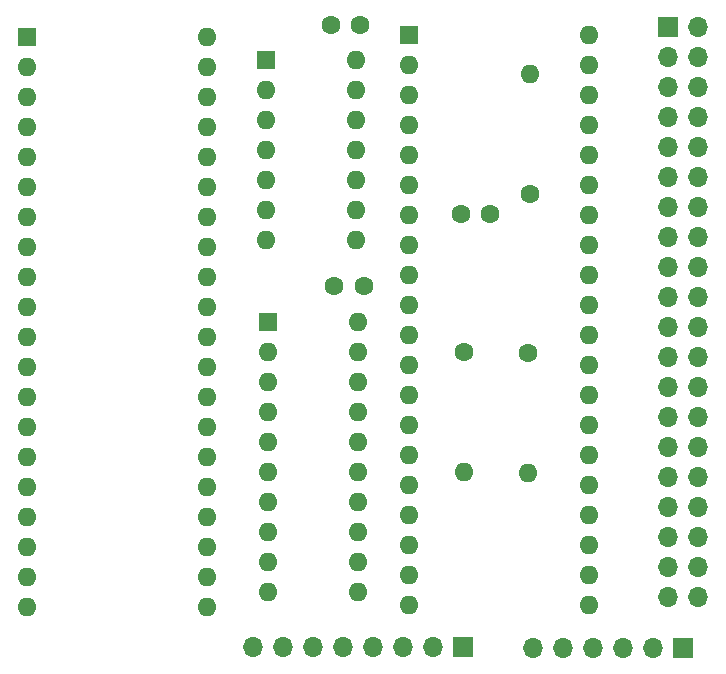
<source format=gts>
G04 #@! TF.GenerationSoftware,KiCad,Pcbnew,(7.0.0-0)*
G04 #@! TF.CreationDate,2023-03-04T11:20:18+09:00*
G04 #@! TF.ProjectId,MC6803EP-SBC6809E,4d433638-3033-4455-902d-534243363830,rev?*
G04 #@! TF.SameCoordinates,Original*
G04 #@! TF.FileFunction,Soldermask,Top*
G04 #@! TF.FilePolarity,Negative*
%FSLAX46Y46*%
G04 Gerber Fmt 4.6, Leading zero omitted, Abs format (unit mm)*
G04 Created by KiCad (PCBNEW (7.0.0-0)) date 2023-03-04 11:20:18*
%MOMM*%
%LPD*%
G01*
G04 APERTURE LIST*
%ADD10R,1.600000X1.600000*%
%ADD11O,1.600000X1.600000*%
%ADD12R,1.700000X1.700000*%
%ADD13O,1.700000X1.700000*%
%ADD14C,1.600000*%
G04 APERTURE END LIST*
D10*
X129749999Y-75249999D03*
D11*
X129749999Y-77789999D03*
X129749999Y-80329999D03*
X129749999Y-82869999D03*
X129749999Y-85409999D03*
X129749999Y-87949999D03*
X129749999Y-90489999D03*
X137369999Y-90489999D03*
X137369999Y-87949999D03*
X137369999Y-85409999D03*
X137369999Y-82869999D03*
X137369999Y-80329999D03*
X137369999Y-77789999D03*
X137369999Y-75249999D03*
D12*
X146474999Y-124924999D03*
D13*
X143934999Y-124924999D03*
X141394999Y-124924999D03*
X138854999Y-124924999D03*
X136314999Y-124924999D03*
X133774999Y-124924999D03*
X131234999Y-124924999D03*
X128694999Y-124924999D03*
D10*
X109499999Y-73249999D03*
D11*
X109499999Y-75789999D03*
X109499999Y-78329999D03*
X109499999Y-80869999D03*
X109499999Y-83409999D03*
X109499999Y-85949999D03*
X109499999Y-88489999D03*
X109499999Y-91029999D03*
X109499999Y-93569999D03*
X109499999Y-96109999D03*
X109499999Y-98649999D03*
X109499999Y-101189999D03*
X109499999Y-103729999D03*
X109499999Y-106269999D03*
X109499999Y-108809999D03*
X109499999Y-111349999D03*
X109499999Y-113889999D03*
X109499999Y-116429999D03*
X109499999Y-118969999D03*
X109499999Y-121509999D03*
X124739999Y-121509999D03*
X124739999Y-118969999D03*
X124739999Y-116429999D03*
X124739999Y-113889999D03*
X124739999Y-111349999D03*
X124739999Y-108809999D03*
X124739999Y-106269999D03*
X124739999Y-103729999D03*
X124739999Y-101189999D03*
X124739999Y-98649999D03*
X124739999Y-96109999D03*
X124739999Y-93569999D03*
X124739999Y-91029999D03*
X124739999Y-88489999D03*
X124739999Y-85949999D03*
X124739999Y-83409999D03*
X124739999Y-80869999D03*
X124739999Y-78329999D03*
X124739999Y-75789999D03*
X124739999Y-73249999D03*
D10*
X141874999Y-73124999D03*
D11*
X141874999Y-75664999D03*
X141874999Y-78204999D03*
X141874999Y-80744999D03*
X141874999Y-83284999D03*
X141874999Y-85824999D03*
X141874999Y-88364999D03*
X141874999Y-90904999D03*
X141874999Y-93444999D03*
X141874999Y-95984999D03*
X141874999Y-98524999D03*
X141874999Y-101064999D03*
X141874999Y-103604999D03*
X141874999Y-106144999D03*
X141874999Y-108684999D03*
X141874999Y-111224999D03*
X141874999Y-113764999D03*
X141874999Y-116304999D03*
X141874999Y-118844999D03*
X141874999Y-121384999D03*
X157114999Y-121384999D03*
X157114999Y-118844999D03*
X157114999Y-116304999D03*
X157114999Y-113764999D03*
X157114999Y-111224999D03*
X157114999Y-108684999D03*
X157114999Y-106144999D03*
X157114999Y-103604999D03*
X157114999Y-101064999D03*
X157114999Y-98524999D03*
X157114999Y-95984999D03*
X157114999Y-93444999D03*
X157114999Y-90904999D03*
X157114999Y-88364999D03*
X157114999Y-85824999D03*
X157114999Y-83284999D03*
X157114999Y-80744999D03*
X157114999Y-78204999D03*
X157114999Y-75664999D03*
X157114999Y-73124999D03*
D14*
X146250000Y-88250000D03*
X148750000Y-88250000D03*
D10*
X129899999Y-97399999D03*
D11*
X129899999Y-99939999D03*
X129899999Y-102479999D03*
X129899999Y-105019999D03*
X129899999Y-107559999D03*
X129899999Y-110099999D03*
X129899999Y-112639999D03*
X129899999Y-115179999D03*
X129899999Y-117719999D03*
X129899999Y-120259999D03*
X137519999Y-120259999D03*
X137519999Y-117719999D03*
X137519999Y-115179999D03*
X137519999Y-112639999D03*
X137519999Y-110099999D03*
X137519999Y-107559999D03*
X137519999Y-105019999D03*
X137519999Y-102479999D03*
X137519999Y-99939999D03*
X137519999Y-97399999D03*
D14*
X138050000Y-94400000D03*
X135550000Y-94400000D03*
X137750000Y-72250000D03*
X135250000Y-72250000D03*
D12*
X163829999Y-72389999D03*
D13*
X166369999Y-72389999D03*
X163829999Y-74929999D03*
X166369999Y-74929999D03*
X163829999Y-77469999D03*
X166369999Y-77469999D03*
X163829999Y-80009999D03*
X166369999Y-80009999D03*
X163829999Y-82549999D03*
X166369999Y-82549999D03*
X163829999Y-85089999D03*
X166369999Y-85089999D03*
X163829999Y-87629999D03*
X166369999Y-87629999D03*
X163829999Y-90169999D03*
X166369999Y-90169999D03*
X163829999Y-92709999D03*
X166369999Y-92709999D03*
X163829999Y-95249999D03*
X166369999Y-95249999D03*
X163829999Y-97789999D03*
X166369999Y-97789999D03*
X163829999Y-100329999D03*
X166369999Y-100329999D03*
X163829999Y-102869999D03*
X166369999Y-102869999D03*
X163829999Y-105409999D03*
X166369999Y-105409999D03*
X163829999Y-107949999D03*
X166369999Y-107949999D03*
X163829999Y-110489999D03*
X166369999Y-110489999D03*
X163829999Y-113029999D03*
X166369999Y-113029999D03*
X163829999Y-115569999D03*
X166369999Y-115569999D03*
X163829999Y-118109999D03*
X166369999Y-118109999D03*
X163829999Y-120649999D03*
X166369999Y-120649999D03*
D14*
X151910000Y-100000000D03*
D11*
X151909999Y-110159999D03*
D14*
X152150000Y-86580000D03*
D11*
X152149999Y-76419999D03*
D14*
X146500000Y-99920000D03*
D11*
X146499999Y-110079999D03*
D12*
X165099999Y-124999999D03*
D13*
X162559999Y-124999999D03*
X160019999Y-124999999D03*
X157479999Y-124999999D03*
X154939999Y-124999999D03*
X152399999Y-124999999D03*
M02*

</source>
